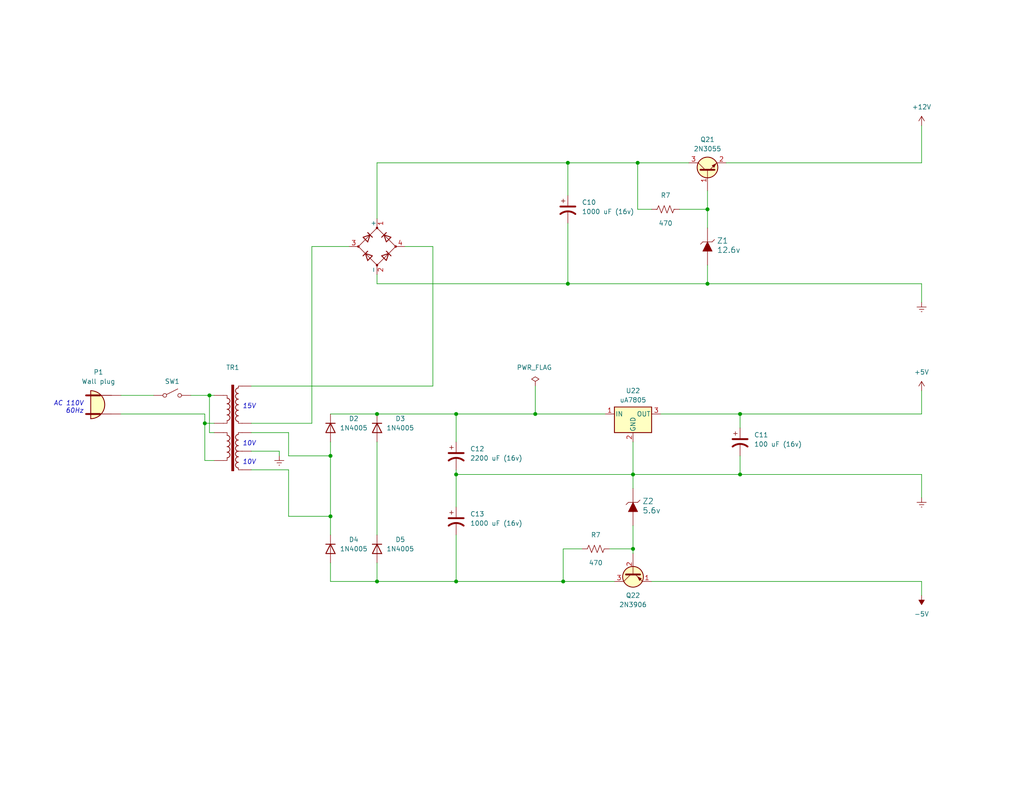
<source format=kicad_sch>
(kicad_sch (version 20230121) (generator eeschema)
  (paper "A")
  (title_block (title "Edu-80 Z80 Trainer") (date "2023-06-05") (rev "0.1") (company "Strangers") (comment 4 "Author: James D. Tucker"))
  (lib_symbols
    (symbol "Connector:Conn_WallPlug" (pin_numbers hide) (pin_names (offset 0) hide)
      (property "Reference" "P" (at -1.27 4.445 0))
      (property "Value" "Conn_WallPlug" (at -5.715 0 90))
      (symbol "Conn_WallPlug_0_1"
        (arc (start -3.175 -3.81) (mid 0.6184 0) (end -3.175 3.81) (stroke (width 0.254)) (fill (type background)))
        (polyline (pts (xy -4.445 -2.54) (xy -0.635 -2.54)) (stroke (width 0.508)))
        (polyline (pts (xy -4.445 2.54) (xy -0.635 2.54)) (stroke (width 0.508)))
        (polyline (pts (xy -3.175 -3.81) (xy -3.175 3.81)) (stroke (width 0.254)))
        (polyline (pts (xy -0.635 -2.54) (xy 2.54 -2.54)))
        (polyline (pts (xy -0.635 2.54) (xy 2.54 2.54)))
      )
      (symbol "Conn_WallPlug_1_1"
        (pin power_out line (at 5.08 2.54 180) (length 5.08) (name "AC_P") (number "1"))
        (pin power_out line (at 5.08 -2.54 180) (length 5.08) (name "AC_N") (number "2"))
      )
    )
    (symbol "Device:C_Polarized_US" (pin_numbers hide) (pin_names (offset 0.254) hide)
      (property "Reference" "C" (at 0.635 2.54 0))
      (property "Value" "C_Polarized_US" (at 0.635 -2.54 0))
      (symbol "C_Polarized_US_0_1"
        (polyline (pts (xy -2.032 0.762) (xy 2.032 0.762)) (stroke (width 0.508)))
        (polyline (pts (xy -1.778 2.286) (xy -0.762 2.286)))
        (polyline (pts (xy -1.27 1.778) (xy -1.27 2.794)))
        (arc (start 2.032 -1.27) (mid 0 -0.5572) (end -2.032 -1.27) (stroke (width 0.508)))
      )
      (symbol "C_Polarized_US_1_1"
        (pin passive line (at 0 3.81 270) (length 2.794) (name "~") (number "1"))
        (pin passive line (at 0 -3.81 90) (length 3.302) (name "~") (number "2"))
      )
    )
    (symbol "Device:D_Bridge_+-AA" (pin_names (offset 0))
      (property "Reference" "D" (at 2.54 6.985 0))
      (property "Value" "D_Bridge_+-AA" (at 2.54 5.08 0))
      (symbol "D_Bridge_+-AA_0_1"
        (circle (center -5.08 0) (radius 0.254) (fill (type outline)))
        (circle (center 0 -5.08) (radius 0.254) (fill (type outline)))
        (polyline (pts (xy -2.54 3.81) (xy -1.27 2.54)) (stroke (width 0.254)))
        (polyline (pts (xy -1.27 -2.54) (xy -2.54 -3.81)) (stroke (width 0.254)))
        (polyline (pts (xy 2.54 -1.27) (xy 3.81 -2.54)) (stroke (width 0.254)))
        (polyline (pts (xy 2.54 1.27) (xy 3.81 2.54)) (stroke (width 0.254)))
        (polyline (pts (xy -3.81 2.54) (xy -2.54 1.27) (xy -1.905 3.175) (xy -3.81 2.54)) (stroke (width 0.254)))
        (polyline (pts (xy -2.54 -1.27) (xy -3.81 -2.54) (xy -1.905 -3.175) (xy -2.54 -1.27)) (stroke (width 0.254)))
        (polyline (pts (xy 1.27 2.54) (xy 2.54 3.81) (xy 3.175 1.905) (xy 1.27 2.54)) (stroke (width 0.254)))
        (polyline (pts (xy 3.175 -1.905) (xy 1.27 -2.54) (xy 2.54 -3.81) (xy 3.175 -1.905)) (stroke (width 0.254)))
        (polyline (pts (xy -5.08 0) (xy 0 -5.08) (xy 5.08 0) (xy 0 5.08) (xy -5.08 0)))
        (circle (center 0 5.08) (radius 0.254) (fill (type outline)))
        (circle (center 5.08 0) (radius 0.254) (fill (type outline)))
      )
      (symbol "D_Bridge_+-AA_1_1"
        (pin passive line (at 7.62 0 180) (length 2.54) (name "+") (number "1"))
        (pin passive line (at -7.62 0 0) (length 2.54) (name "-") (number "2"))
        (pin passive line (at 0 7.62 270) (length 2.54) (name "~") (number "3"))
        (pin passive line (at 0 -7.62 90) (length 2.54) (name "~") (number "4"))
      )
    )
    (symbol "Device:R_US" (pin_numbers hide) (pin_names (offset 0))
      (property "Reference" "R" (at 2.54 0 90))
      (property "Value" "R_US" (at -2.54 0 90))
      (symbol "R_US_0_1"
        (polyline (pts (xy 0 -2.286) (xy 0 -2.54)))
        (polyline (pts (xy 0 2.286) (xy 0 2.54)))
        (polyline (pts (xy 0 -0.762) (xy 1.016 -1.143) (xy 0 -1.524) (xy -1.016 -1.905) (xy 0 -2.286)))
        (polyline (pts (xy 0 0.762) (xy 1.016 0.381) (xy 0 0) (xy -1.016 -0.381) (xy 0 -0.762)))
        (polyline (pts (xy 0 2.286) (xy 1.016 1.905) (xy 0 1.524) (xy -1.016 1.143) (xy 0 0.762)))
      )
      (symbol "R_US_1_1"
        (pin passive line (at 0 3.81 270) (length 1.27) (name "~") (number "1"))
        (pin passive line (at 0 -3.81 90) (length 1.27) (name "~") (number "2"))
      )
    )
    (symbol "Diode:1N4005" (pin_numbers hide) (pin_names hide)
      (property "Reference" "D" (at 0 2.54 0))
      (property "Value" "1N4005" (at 0 -2.54 0))
      (symbol "1N4005_0_1"
        (polyline (pts (xy -1.27 1.27) (xy -1.27 -1.27)) (stroke (width 0.254)))
        (polyline (pts (xy 1.27 0) (xy -1.27 0)))
        (polyline (pts (xy 1.27 1.27) (xy 1.27 -1.27) (xy -1.27 0) (xy 1.27 1.27)) (stroke (width 0.254)))
      )
      (symbol "1N4005_1_1"
        (pin passive line (at -3.81 0 0) (length 2.54) (name "K") (number "1"))
        (pin passive line (at 3.81 0 180) (length 2.54) (name "A") (number "2"))
      )
    )
    (symbol "Edu-80_Symbols:2N3055" (pin_names (offset 0) hide)
      (property "Reference" "Q" (at 5.08 1.905 0))
      (property "Value" "2N3055" (at 5.08 0 0))
      (symbol "2N3055_0_1"
        (polyline (pts (xy 0.635 0.635) (xy 2.54 2.54)))
        (polyline (pts (xy 0.635 -0.635) (xy 2.54 -2.54) (xy 2.54 -2.54)))
        (polyline (pts (xy 0.635 1.905) (xy 0.635 -1.905) (xy 0.635 -1.905)) (stroke (width 0.508)))
        (polyline (pts (xy 1.27 -1.778) (xy 1.778 -1.27) (xy 2.286 -2.286) (xy 1.27 -1.778) (xy 1.27 -1.778)) (fill (type outline)))
      )
      (symbol "2N3055_1_1"
        (circle (center 1.27 0) (radius 2.8194) (stroke (width 0.254)) (fill (type background)))
        (pin input line (at -5.08 0 0) (length 5.715) (name "B") (number "1"))
        (pin passive line (at 2.54 -5.08 90) (length 2.54) (name "E") (number "2"))
        (pin passive line (at 2.54 5.08 270) (length 2.54) (name "C") (number "3"))
      )
    )
    (symbol "Edu-80_Symbols:2N3905" (pin_names (offset 0) hide)
      (property "Reference" "Q" (at 5.08 1.905 0))
      (property "Value" "2N3905" (at 5.08 0 0))
      (symbol "2N3905_0_1"
        (polyline (pts (xy 0.635 0.635) (xy 2.54 2.54)))
        (polyline (pts (xy 0.635 -0.635) (xy 2.54 -2.54) (xy 2.54 -2.54)))
        (polyline (pts (xy 0.635 1.905) (xy 0.635 -1.905) (xy 0.635 -1.905)) (stroke (width 0.508)))
        (polyline (pts (xy 2.286 -1.778) (xy 1.778 -2.286) (xy 1.27 -1.27) (xy 2.286 -1.778) (xy 2.286 -1.778)) (fill (type outline)))
      )
      (symbol "2N3905_1_1"
        (circle (center 1.27 0) (radius 2.8194) (stroke (width 0.254)) (fill (type background)))
        (pin passive line (at 2.54 -5.08 90) (length 2.54) (name "E") (number "1"))
        (pin input line (at -5.08 0 0) (length 5.715) (name "B") (number "2"))
        (pin passive line (at 2.54 5.08 270) (length 2.54) (name "C") (number "3"))
      )
    )
    (symbol "Edu-80_Symbols:TRANSF7" (pin_numbers hide) (pin_names (offset 0))
      (property "Reference" "TR" (at 0 -11.43 0))
      (property "Value" "TRANSF7" (at 0 13.97 0))
      (symbol "TRANSF7_0_1"
        (arc (start -1.524 -6.858) (mid -0.7653 -6.096) (end -1.524 -5.334) (stroke (width 0.2032)))
        (arc (start -1.524 -5.334) (mid -0.7653 -4.572) (end -1.524 -3.81) (stroke (width 0.2032)))
        (arc (start -1.524 -3.81) (mid -0.7653 -3.048) (end -1.524 -2.286) (stroke (width 0.2032)))
        (arc (start -1.524 -2.286) (mid -0.7653 -1.524) (end -1.524 -0.762) (stroke (width 0.2032)))
        (arc (start -1.524 3.302) (mid -0.7653 4.064) (end -1.524 4.826) (stroke (width 0.2032)))
        (arc (start -1.524 4.826) (mid -0.7653 5.588) (end -1.524 6.35) (stroke (width 0.2032)))
        (arc (start -1.524 6.35) (mid -0.7653 7.112) (end -1.524 7.874) (stroke (width 0.2032)))
        (arc (start -1.524 7.874) (mid -0.7653 8.636) (end -1.524 9.398) (stroke (width 0.2032)))
        (rectangle (start -0.254 12.954) (end 0.254 -10.414) (stroke (width 0.254)) (fill (type outline)))
        (polyline (pts (xy 1.524 -5.08) (xy 2.54 -5.08) (xy 2.54 -5.08)) (fill (type outline)))
        (polyline (pts (xy -1.524 -6.858) (xy -1.524 -7.62) (xy -2.54 -7.62) (xy -2.54 -7.62)))
        (polyline (pts (xy -1.524 3.302) (xy -1.524 2.54) (xy -2.54 2.54) (xy -2.54 2.54)))
        (polyline (pts (xy 1.524 -9.652) (xy 1.524 -10.16) (xy 2.54 -10.16) (xy 2.54 -10.16)))
        (polyline (pts (xy 1.524 -0.508) (xy 1.524 0) (xy 2.54 0) (xy 2.54 0)))
        (polyline (pts (xy 1.524 3.048) (xy 1.524 2.54) (xy 2.54 2.54) (xy 2.54 2.54)))
        (polyline (pts (xy 1.524 12.192) (xy 1.524 12.7) (xy 2.54 12.7) (xy 2.54 12.7)))
        (polyline (pts (xy -1.524 -0.762) (xy -1.524 0) (xy -2.54 0) (xy -2.54 0) (xy -2.54 0) (xy -2.54 0)))
        (polyline (pts (xy -1.524 9.398) (xy -1.524 10.16) (xy -2.54 10.16) (xy -2.54 10.16) (xy -2.54 10.16) (xy -2.54 10.16)))
        (arc (start 1.524 -8.128) (mid 0.7653 -8.89) (end 1.524 -9.652) (stroke (width 0.2032)))
        (arc (start 1.524 -6.604) (mid 0.7653 -7.366) (end 1.524 -8.128) (stroke (width 0.2032)))
        (arc (start 1.524 -5.08) (mid 0.7653 -5.842) (end 1.524 -6.604) (stroke (width 0.2032)))
        (arc (start 1.524 -3.556) (mid 0.7653 -4.318) (end 1.524 -5.08) (stroke (width 0.2032)))
        (arc (start 1.524 -2.032) (mid 0.7653 -2.794) (end 1.524 -3.556) (stroke (width 0.2032)))
        (arc (start 1.524 -0.508) (mid 0.7653 -1.27) (end 1.524 -2.032) (stroke (width 0.2032)))
        (arc (start 1.524 4.572) (mid 0.7653 3.81) (end 1.524 3.048) (stroke (width 0.2032)))
        (arc (start 1.524 6.096) (mid 0.7653 5.334) (end 1.524 4.572) (stroke (width 0.2032)))
        (arc (start 1.524 7.62) (mid 0.7653 6.858) (end 1.524 6.096) (stroke (width 0.2032)))
        (arc (start 1.524 9.144) (mid 0.7653 8.382) (end 1.524 7.62) (stroke (width 0.2032)))
        (arc (start 1.524 10.668) (mid 0.7653 9.906) (end 1.524 9.144) (stroke (width 0.2032)))
        (arc (start 1.524 12.192) (mid 0.7653 11.43) (end 1.524 10.668) (stroke (width 0.2032)))
      )
      (symbol "TRANSF7_1_1"
        (pin passive line (at -5.08 -7.62 0) (length 2.54) (name "~") (number "1"))
        (pin passive line (at 5.08 -10.16 180) (length 2.54) (name "~") (number "10"))
        (pin passive line (at -5.08 0 0) (length 2.54) (name "~") (number "2"))
        (pin passive line (at -5.08 2.54 0) (length 2.54) (name "~") (number "3"))
        (pin passive line (at -5.08 10.16 0) (length 2.54) (name "~") (number "4"))
        (pin passive line (at 5.08 12.7 180) (length 2.54) (name "~") (number "5"))
        (pin passive line (at 5.08 2.54 180) (length 2.54) (name "~") (number "7"))
        (pin passive line (at 5.08 0 180) (length 2.54) (name "~") (number "8"))
        (pin passive line (at 5.08 -5.08 180) (length 2.54) (name "~") (number "9"))
      )
    )
    (symbol "Regulator_Linear:uA7805" (pin_names (offset 0.254))
      (property "Reference" "U" (at -3.81 3.175 0))
      (property "Value" "uA7805" (at 0 3.175 0))
      (symbol "uA7805_0_1"
        (rectangle (start -5.08 1.905) (end 5.08 -5.08) (stroke (width 0.254)) (fill (type background)))
      )
      (symbol "uA7805_1_1"
        (pin power_in line (at -7.62 0 0) (length 2.54) (name "IN") (number "1"))
        (pin power_in line (at 0 -7.62 90) (length 2.54) (name "GND") (number "2"))
        (pin power_out line (at 7.62 0 180) (length 2.54) (name "OUT") (number "3"))
      )
    )
    (symbol "Switch:SW_SPST" (pin_numbers hide) (pin_names (offset 0) hide)
      (property "Reference" "SW" (at 0 3.175 0))
      (property "Value" "SW_SPST" (at 0 -2.54 0))
      (symbol "SW_SPST_0_0"
        (circle (center -2.032 0) (radius 0.508))
        (polyline (pts (xy -1.524 0.254) (xy 1.524 1.778)))
        (circle (center 2.032 0) (radius 0.508))
      )
      (symbol "SW_SPST_1_1"
        (pin passive line (at -5.08 0 0) (length 2.54) (name "A") (number "1"))
        (pin passive line (at 5.08 0 180) (length 2.54) (name "B") (number "2"))
      )
    )
    (symbol "dk_Diodes-Zener-Single:MMSZ5231B-7-F" (pin_numbers hide) (pin_names (offset 0) hide)
      (property "Reference" "Z" (at 0 3.81 0))
      (property "Value" "MMSZ5231B-7-F" (at 0 -3.81 0))
      (symbol "MMSZ5231B-7-F_0_1"
        (polyline (pts (xy 1.27 -1.27) (xy 1.905 -1.905)))
        (polyline (pts (xy 1.27 1.27) (xy 0.635 1.905)))
        (polyline (pts (xy 1.27 1.27) (xy 1.27 -1.27)))
        (polyline (pts (xy -1.27 1.27) (xy -1.27 -1.27) (xy 1.27 0) (xy -1.27 1.27)) (fill (type outline)))
      )
      (symbol "MMSZ5231B-7-F_1_1"
        (pin passive line (at -5.08 0 0) (length 3.81) (name "~") (number "A"))
        (pin passive line (at 5.08 0 180) (length 3.81) (name "~") (number "K"))
      )
    )
    (symbol "power:+12V" (power) (pin_names (offset 0))
      (property "Value" "+12V" (at 0 3.556 0))
      (symbol "+12V_0_1"
        (polyline (pts (xy -0.762 1.27) (xy 0 2.54)))
        (polyline (pts (xy 0 0) (xy 0 2.54)))
        (polyline (pts (xy 0 2.54) (xy 0.762 1.27)))
      )
      (symbol "+12V_1_1"
        (pin power_in line (at 0 0 90) (length 0) hide (name "+12V") (number "1"))
      )
    )
    (symbol "power:+5V" (power) (pin_names (offset 0))
      (property "Value" "+5V" (at 0 3.556 0))
      (symbol "+5V_0_1"
        (polyline (pts (xy -0.762 1.27) (xy 0 2.54)))
        (polyline (pts (xy 0 0) (xy 0 2.54)))
        (polyline (pts (xy 0 2.54) (xy 0.762 1.27)))
      )
      (symbol "+5V_1_1"
        (pin power_in line (at 0 0 90) (length 0) hide (name "+5V") (number "1"))
      )
    )
    (symbol "power:-5V" (power) (pin_names (offset 0))
      (property "Value" "-5V" (at 0 3.81 0))
      (symbol "-5V_0_0"
        (pin power_in line (at 0 0 90) (length 0) hide (name "-5V") (number "1"))
      )
      (symbol "-5V_0_1"
        (polyline (pts (xy 0 0) (xy 0 1.27) (xy 0.762 1.27) (xy 0 2.54) (xy -0.762 1.27) (xy 0 1.27)) (fill (type outline)))
      )
    )
    (symbol "power:Earth" (power) (pin_names (offset 0))
      (symbol "Earth_0_1"
        (polyline (pts (xy -0.635 -1.905) (xy 0.635 -1.905)))
        (polyline (pts (xy -0.127 -2.54) (xy 0.127 -2.54)))
        (polyline (pts (xy 0 -1.27) (xy 0 0)))
        (polyline (pts (xy 1.27 -1.27) (xy -1.27 -1.27)))
      )
      (symbol "Earth_1_1"
        (pin power_in line (at 0 0 270) (length 0) hide (name "Earth") (number "1"))
      )
    )
    (symbol "power:PWR_FLAG" (power) (pin_numbers hide) (pin_names (offset 0) hide)
      (property "Value" "PWR_FLAG" (at 0 3.81 0))
      (symbol "PWR_FLAG_0_0"
        (pin power_out line (at 0 0 90) (length 0) (name "pwr") (number "1"))
      )
      (symbol "PWR_FLAG_0_1"
        (polyline (pts (xy 0 0) (xy 0 1.27) (xy -1.016 1.905) (xy 0 2.54) (xy 1.016 1.905) (xy 0 1.27)))
      )
    )
  )
  (junction (at 193.04 77.47))
  (junction (at 153.67 158.75))
  (junction (at 124.46 113.03))
  (junction (at 173.99 44.45))
  (junction (at 193.04 57.15))
  (junction (at 154.94 44.45))
  (junction (at 154.94 77.47))
  (junction (at 124.46 158.75))
  (junction (at 55.88 115.57))
  (junction (at 90.17 140.97))
  (junction (at 146.05 113.03))
  (junction (at 124.46 129.54))
  (junction (at 102.87 158.75))
  (junction (at 172.72 129.54))
  (junction (at 102.87 113.03))
  (junction (at 201.93 129.54))
  (junction (at 172.72 149.86))
  (junction (at 201.93 113.03))
  (junction (at 57.15 107.95))
  (junction (at 90.17 124.46))
  (wire (pts (xy 201.93 113.03) (xy 251.46 113.03)))
  (wire (pts (xy 154.94 77.47) (xy 193.04 77.47)))
  (wire (pts (xy 172.72 149.86) (xy 172.72 151.13)))
  (wire (pts (xy 124.46 146.05) (xy 124.46 158.75)))
  (wire (pts (xy 124.46 129.54) (xy 124.46 138.43)))
  (wire (pts (xy 55.88 113.03) (xy 55.88 115.57)))
  (wire (pts (xy 251.46 82.55) (xy 251.46 77.47)))
  (wire (pts (xy 201.93 113.03) (xy 201.93 116.84)))
  (wire (pts (xy 102.87 158.75) (xy 124.46 158.75)))
  (wire (pts (xy 124.46 129.54) (xy 172.72 129.54)))
  (wire (pts (xy 153.67 149.86) (xy 158.75 149.86)))
  (wire (pts (xy 57.15 118.11) (xy 58.42 118.11)))
  (wire (pts (xy 78.74 128.27) (xy 78.74 140.97)))
  (wire (pts (xy 124.46 113.03) (xy 124.46 120.65)))
  (wire (pts (xy 90.17 113.03) (xy 102.87 113.03)))
  (wire (pts (xy 251.46 106.68) (xy 251.46 113.03)))
  (wire (pts (xy 177.8 57.15) (xy 173.99 57.15)))
  (wire (pts (xy 33.02 113.03) (xy 55.88 113.03)))
  (wire (pts (xy 90.17 120.65) (xy 90.17 124.46)))
  (wire (pts (xy 85.09 67.31) (xy 85.09 115.57)))
  (wire (pts (xy 55.88 115.57) (xy 58.42 115.57)))
  (wire (pts (xy 124.46 158.75) (xy 153.67 158.75)))
  (wire (pts (xy 118.11 67.31) (xy 118.11 105.41)))
  (wire (pts (xy 180.34 113.03) (xy 201.93 113.03)))
  (wire (pts (xy 68.58 105.41) (xy 118.11 105.41)))
  (wire (pts (xy 102.87 59.69) (xy 102.87 44.45)))
  (wire (pts (xy 251.46 158.75) (xy 251.46 162.56)))
  (wire (pts (xy 57.15 107.95) (xy 58.42 107.95)))
  (wire (pts (xy 78.74 140.97) (xy 90.17 140.97)))
  (wire (pts (xy 124.46 128.27) (xy 124.46 129.54)))
  (wire (pts (xy 68.58 115.57) (xy 85.09 115.57)))
  (wire (pts (xy 102.87 153.67) (xy 102.87 158.75)))
  (wire (pts (xy 193.04 77.47) (xy 251.46 77.47)))
  (wire (pts (xy 90.17 158.75) (xy 102.87 158.75)))
  (wire (pts (xy 102.87 77.47) (xy 154.94 77.47)))
  (wire (pts (xy 102.87 44.45) (xy 154.94 44.45)))
  (wire (pts (xy 78.74 118.11) (xy 78.74 124.46)))
  (wire (pts (xy 68.58 123.19) (xy 76.2 123.19)))
  (wire (pts (xy 55.88 125.73) (xy 55.88 115.57)))
  (wire (pts (xy 193.04 57.15) (xy 193.04 62.23)))
  (wire (pts (xy 154.94 60.96) (xy 154.94 77.47)))
  (wire (pts (xy 78.74 124.46) (xy 90.17 124.46)))
  (wire (pts (xy 52.07 107.95) (xy 57.15 107.95)))
  (wire (pts (xy 90.17 140.97) (xy 90.17 146.05)))
  (wire (pts (xy 90.17 153.67) (xy 90.17 158.75)))
  (wire (pts (xy 146.05 113.03) (xy 165.1 113.03)))
  (wire (pts (xy 102.87 120.65) (xy 102.87 146.05)))
  (wire (pts (xy 90.17 124.46) (xy 90.17 140.97)))
  (wire (pts (xy 201.93 124.46) (xy 201.93 129.54)))
  (wire (pts (xy 68.58 118.11) (xy 78.74 118.11)))
  (wire (pts (xy 153.67 158.75) (xy 167.64 158.75)))
  (wire (pts (xy 172.72 120.65) (xy 172.72 129.54)))
  (wire (pts (xy 154.94 44.45) (xy 173.99 44.45)))
  (wire (pts (xy 166.37 149.86) (xy 172.72 149.86)))
  (wire (pts (xy 118.11 67.31) (xy 110.49 67.31)))
  (wire (pts (xy 58.42 125.73) (xy 55.88 125.73)))
  (wire (pts (xy 173.99 44.45) (xy 187.96 44.45)))
  (wire (pts (xy 173.99 44.45) (xy 173.99 57.15)))
  (wire (pts (xy 124.46 113.03) (xy 146.05 113.03)))
  (wire (pts (xy 172.72 129.54) (xy 172.72 133.35)))
  (wire (pts (xy 193.04 52.07) (xy 193.04 57.15)))
  (wire (pts (xy 251.46 129.54) (xy 251.46 135.89)))
  (wire (pts (xy 68.58 128.27) (xy 78.74 128.27)))
  (wire (pts (xy 193.04 72.39) (xy 193.04 77.47)))
  (wire (pts (xy 185.42 57.15) (xy 193.04 57.15)))
  (wire (pts (xy 154.94 44.45) (xy 154.94 53.34)))
  (wire (pts (xy 57.15 107.95) (xy 57.15 118.11)))
  (wire (pts (xy 85.09 67.31) (xy 95.25 67.31)))
  (wire (pts (xy 33.02 107.95) (xy 41.91 107.95)))
  (wire (pts (xy 102.87 74.93) (xy 102.87 77.47)))
  (wire (pts (xy 76.2 123.19) (xy 76.2 124.46)))
  (wire (pts (xy 153.67 149.86) (xy 153.67 158.75)))
  (wire (pts (xy 146.05 105.41) (xy 146.05 113.03)))
  (wire (pts (xy 172.72 143.51) (xy 172.72 149.86)))
  (wire (pts (xy 102.87 113.03) (xy 124.46 113.03)))
  (wire (pts (xy 251.46 34.29) (xy 251.46 44.45)))
  (wire (pts (xy 201.93 129.54) (xy 251.46 129.54)))
  (wire (pts (xy 201.93 129.54) (xy 172.72 129.54)))
  (wire (pts (xy 198.12 44.45) (xy 251.46 44.45)))
  (wire (pts (xy 177.8 158.75) (xy 251.46 158.75)))
  (text "15V" (at 69.85 111.76 0) (effects (font (size 1.27 1.27) italic) (justify right bottom)))
  (text "AC 110V\n60Hz" (at 22.86 113.03 0) (effects (font (size 1.27 1.27) italic) (justify right bottom)))
  (text "10V" (at 69.85 127 0) (effects (font (size 1.27 1.27) italic) (justify right bottom)))
  (text "10V" (at 69.85 121.92 0) (effects (font (size 1.27 1.27) italic) (justify right bottom)))
  (symbol (lib_id "Device:R_US") (at 181.61 57.15 270) (unit 1)
    (property "Reference" "R7" (at 181.61 53.34 90))
    (property "Value" "470" (at 181.61 60.96 90))
    (instances (project "edu-80" (path "" (reference "R7") (unit 1)) (path "" (reference "R9") (unit 1))))
  )
  (symbol (lib_id "Connector:Conn_WallPlug") (at 27.94 110.49 0) (unit 1)
    (property "Reference" "P1" (at 26.8605 101.6 0))
    (property "Value" "Wall plug" (at 26.8605 104.14 0))
  )
  (symbol (lib_id "Edu-80_Symbols:TRANSF7") (at 63.5 118.11 0) (unit 1)
    (property "Reference" "TR1" (at 63.5 100.33 0))
    (property "Value" "TRANSF7" (effects hide))
  )
  (symbol (lib_id "power:PWR_FLAG") (at 146.05 105.41 0) (unit 1)
    (property "Reference" "#FLG0101" (effects hide))
    (property "Value" "PWR_FLAG" (at 140.97 100.33 0) (effects (justify left)))
    (instances (project "edu-80" (path "" (reference "#FLG0101") (unit 1)) (path "" (reference "#FLG?") (unit 1)) (path "" (reference "#FLG01") (unit 1))))
  )
  (symbol (lib_id "Diode:1N4005") (at 90.17 116.84 270) (unit 1)
    (property "Reference" "D2" (at 96.52 114.3 90))
    (property "Value" "1N4005" (at 96.52 116.84 90))
    (property "Footprint" "Diode_THT:D_DO-41_SOD81_P10.16mm_Horizontal" (effects hide))
    (property "Datasheet" "http://www.vishay.com/docs/88503/1n4001.pdf" (effects hide))
    (property "Sim.Device" "D" (effects hide))
    (property "Sim.Pins" "1=K 2=A" (effects hide))
  )
  (symbol (lib_id "Device:R_US") (at 162.56 149.86 270) (unit 1)
    (property "Reference" "R7" (at 162.56 146.05 90))
    (property "Value" "470" (at 162.56 153.67 90))
    (instances (project "edu-80" (path "" (reference "R7") (unit 1)) (path "" (reference "R8") (unit 1))))
  )
  (symbol (lib_id "power:Earth") (at 251.46 135.89 0) (unit 1)
    (property "Reference" "#PWR09" (effects hide))
    (property "Value" "Earth" (effects hide))
  )
  (symbol (lib_id "Device:C_Polarized_US") (at 154.94 57.15 0) (unit 1)
    (property "Reference" "C10" (at 158.75 55.245 0) (effects (justify left)))
    (property "Value" "1000 uF (16v)" (at 158.75 57.785 0) (effects (justify left)))
  )
  (symbol (lib_id "Device:D_Bridge_+-AA") (at 102.87 67.31 90) (unit 1)
    (property "Reference" "D6" (effects hide))
    (property "Value" "D_Bridge_+-AA" (effects hide))
  )
  (symbol (lib_id "Diode:1N4005") (at 102.87 149.86 270) (unit 1)
    (property "Reference" "D5" (at 109.22 147.32 90))
    (property "Value" "1N4005" (at 109.22 149.86 90))
    (property "Footprint" "Diode_THT:D_DO-41_SOD81_P10.16mm_Horizontal" (effects hide))
    (property "Datasheet" "http://www.vishay.com/docs/88503/1n4001.pdf" (effects hide))
    (property "Sim.Device" "D" (effects hide))
    (property "Sim.Pins" "1=K 2=A" (effects hide))
  )
  (symbol (lib_id "Device:C_Polarized_US") (at 124.46 124.46 0) (unit 1)
    (property "Reference" "C12" (at 128.27 122.555 0) (effects (justify left)))
    (property "Value" "2200 uF (16v)" (at 128.27 125.095 0) (effects (justify left)))
  )
  (symbol (lib_id "Switch:SW_SPST") (at 46.99 107.95 0) (unit 1)
    (property "Reference" "SW1" (at 46.99 104.14 0))
    (property "Value" "SW_SPST" (effects hide))
  )
  (symbol (lib_id "Edu-80_Symbols:2N3905") (at 172.72 156.21 90) (mirror x) (unit 1)
    (property "Reference" "Q22" (at 172.72 162.56 90))
    (property "Value" "2N3906" (at 172.72 165.1 90))
    (property "Footprint" "Package_TO_SOT_THT:TO-92_Inline" (effects hide))
    (property "Datasheet" "https://www.nteinc.com/specs/original/2N3905_06.pdf" (effects hide))
  )
  (symbol (lib_id "Diode:1N4005") (at 90.17 149.86 270) (unit 1)
    (property "Reference" "D4" (at 96.52 147.32 90))
    (property "Value" "1N4005" (at 96.52 149.86 90))
    (property "Footprint" "Diode_THT:D_DO-41_SOD81_P10.16mm_Horizontal" (effects hide))
    (property "Datasheet" "http://www.vishay.com/docs/88503/1n4001.pdf" (effects hide))
    (property "Sim.Device" "D" (effects hide))
    (property "Sim.Pins" "1=K 2=A" (effects hide))
  )
  (symbol (lib_id "power:+5V") (at 251.46 106.68 0) (unit 1)
    (property "Reference" "#PWR011" (effects hide))
    (property "Value" "+5V" (at 251.46 101.6 0))
  )
  (symbol (lib_id "Regulator_Linear:uA7805") (at 172.72 113.03 0) (unit 1)
    (property "Reference" "U22" (at 172.72 106.68 0))
    (property "Value" "uA7805" (at 172.72 109.22 0))
    (property "Datasheet" "http://www.ti.com/lit/ds/symlink/ua78.pdf" (effects hide))
  )
  (symbol (lib_id "power:Earth") (at 76.2 124.46 0) (unit 1)
    (property "Reference" "#PWR0105" (effects hide))
    (property "Value" "Earth" (effects hide))
    (instances (project "edu-80" (path "" (reference "#PWR0105") (unit 1)) (path "" (reference "#PWR08") (unit 1))))
  )
  (symbol (lib_id "Device:C_Polarized_US") (at 201.93 120.65 0) (unit 1)
    (property "Reference" "C11" (at 205.74 118.745 0) (effects (justify left)))
    (property "Value" "100 uF (16v)" (at 205.74 121.285 0) (effects (justify left)))
  )
  (symbol (lib_id "power:-5V") (at 251.46 162.56 180) (unit 1)
    (property "Reference" "#PWR010" (effects hide))
    (property "Value" "-5V" (at 251.46 167.64 0))
  )
  (symbol (lib_id "dk_Diodes-Zener-Single:MMSZ5231B-7-F") (at 193.04 67.31 90) (unit 1)
    (property "Reference" "Z1" (at 195.58 65.7225 90) (effects (font (size 1.524 1.524)) (justify right)))
    (property "Value" "12.6v" (at 195.58 68.2625 90) (effects (font (size 1.524 1.524)) (justify right)))
    (property "Family" "Diodes - Zener - Single" (effects hide))
    (property "DK_Datasheet_Link" "https://www.diodes.com/assets/Datasheets/ds18010.pdf" (effects hide))
    (property "DK_Detail_Page" "/product-detail/en/diodes-incorporated/MMSZ5231B-7-F/MMSZ5231B-FDICT-ND/755506" (effects hide))
    (property "Description" "DIODE ZENER 5.1V 500MW SOD123" (effects hide))
    (property "Manufacturer" "Diodes Incorporated" (effects hide))
    (property "Status" "Active" (effects hide))
  )
  (symbol (lib_id "Device:C_Polarized_US") (at 124.46 142.24 0) (unit 1)
    (property "Reference" "C13" (at 128.27 140.335 0) (effects (justify left)))
    (property "Value" "1000 uF (16v)" (at 128.27 142.875 0) (effects (justify left)))
  )
  (symbol (lib_id "power:+12V") (at 251.46 34.29 0) (unit 1)
    (property "Reference" "#PWR013" (effects hide))
    (property "Value" "+12V" (at 251.46 29.21 0))
  )
  (symbol (lib_id "power:Earth") (at 251.46 82.55 0) (unit 1)
    (property "Reference" "#PWR012" (effects hide))
    (property "Value" "Earth" (effects hide))
  )
  (symbol (lib_id "dk_Diodes-Zener-Single:MMSZ5231B-7-F") (at 172.72 138.43 90) (unit 1)
    (property "Reference" "Z2" (at 175.26 136.8425 90) (effects (font (size 1.524 1.524)) (justify right)))
    (property "Value" "5.6v" (at 175.26 139.3825 90) (effects (font (size 1.524 1.524)) (justify right)))
    (property "Family" "Diodes - Zener - Single" (effects hide))
    (property "DK_Datasheet_Link" "https://www.diodes.com/assets/Datasheets/ds18010.pdf" (effects hide))
    (property "DK_Detail_Page" "/product-detail/en/diodes-incorporated/MMSZ5231B-7-F/MMSZ5231B-FDICT-ND/755506" (effects hide))
    (property "Description" "DIODE ZENER 5.1V 500MW SOD123" (effects hide))
    (property "Manufacturer" "Diodes Incorporated" (effects hide))
    (property "Status" "Active" (effects hide))
  )
  (symbol (lib_id "Diode:1N4005") (at 102.87 116.84 270) (unit 1)
    (property "Reference" "D3" (at 109.22 114.3 90))
    (property "Value" "1N4005" (at 109.22 116.84 90))
    (property "Footprint" "Diode_THT:D_DO-41_SOD81_P10.16mm_Horizontal" (effects hide))
    (property "Datasheet" "http://www.vishay.com/docs/88503/1n4001.pdf" (effects hide))
    (property "Sim.Device" "D" (effects hide))
    (property "Sim.Pins" "1=K 2=A" (effects hide))
  )
  (symbol (lib_id "Edu-80_Symbols:2N3055") (at 193.04 46.99 90) (unit 1)
    (property "Reference" "Q21" (at 193.04 38.1 90))
    (property "Value" "2N3055" (at 193.04 40.64 90))
    (property "Footprint" "Package_TO_SOT_THT:TO-3" (effects hide))
    (property "Datasheet" "http://www.onsemi.com/pub_link/Collateral/2N3055-D.PDF" (effects hide))
  )
)
</source>
